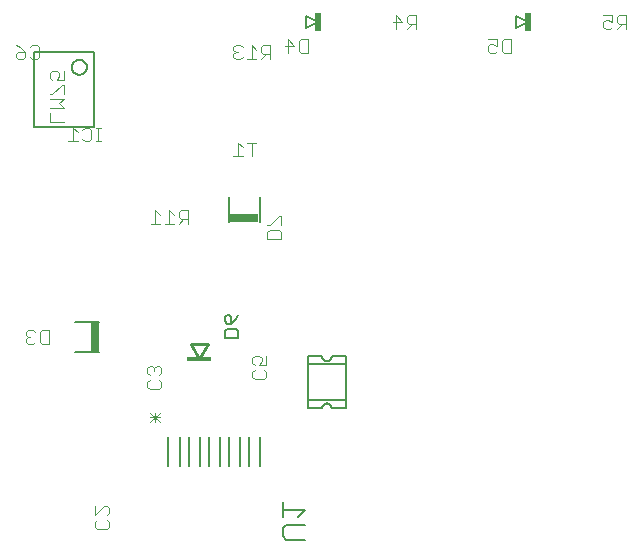
<source format=gbr>
G75*
%MOIN*%
%OFA0B0*%
%FSLAX25Y25*%
%IPPOS*%
%LPD*%
%AMOC8*
5,1,8,0,0,1.08239X$1,22.5*
%
%ADD10C,0.00400*%
%ADD11C,0.00800*%
%ADD12R,0.09646X0.02657*%
%ADD13C,0.01000*%
%ADD14R,0.08268X0.01181*%
%ADD15C,0.00500*%
%ADD16C,0.00600*%
%ADD17C,0.00300*%
%ADD18R,0.02400X0.06200*%
%ADD19R,0.02657X0.09646*%
D10*
X0070967Y0089426D02*
X0070200Y0090193D01*
X0070200Y0091728D01*
X0070967Y0092495D01*
X0070200Y0094030D02*
X0073269Y0097099D01*
X0074037Y0097099D01*
X0074804Y0096332D01*
X0074804Y0094797D01*
X0074037Y0094030D01*
X0074037Y0092495D02*
X0074804Y0091728D01*
X0074804Y0090193D01*
X0074037Y0089426D01*
X0070967Y0089426D01*
X0070200Y0094030D02*
X0070200Y0097099D01*
X0088467Y0136134D02*
X0087700Y0136901D01*
X0087700Y0138436D01*
X0088467Y0139203D01*
X0088467Y0140737D02*
X0087700Y0141505D01*
X0087700Y0143039D01*
X0088467Y0143807D01*
X0089235Y0143807D01*
X0090002Y0143039D01*
X0090002Y0142272D01*
X0090002Y0143039D02*
X0090769Y0143807D01*
X0091537Y0143807D01*
X0092304Y0143039D01*
X0092304Y0141505D01*
X0091537Y0140737D01*
X0091537Y0139203D02*
X0092304Y0138436D01*
X0092304Y0136901D01*
X0091537Y0136134D01*
X0088467Y0136134D01*
X0122700Y0140193D02*
X0122700Y0141728D01*
X0123467Y0142495D01*
X0123467Y0144030D02*
X0122700Y0144797D01*
X0122700Y0146332D01*
X0123467Y0147099D01*
X0125002Y0147099D01*
X0125769Y0146332D01*
X0125769Y0145564D01*
X0125002Y0144030D01*
X0127304Y0144030D01*
X0127304Y0147099D01*
X0126537Y0142495D02*
X0127304Y0141728D01*
X0127304Y0140193D01*
X0126537Y0139426D01*
X0123467Y0139426D01*
X0122700Y0140193D01*
X0127700Y0186134D02*
X0127700Y0188436D01*
X0128467Y0189203D01*
X0131537Y0189203D01*
X0132304Y0188436D01*
X0132304Y0186134D01*
X0127700Y0186134D01*
X0127700Y0190737D02*
X0128467Y0190737D01*
X0131537Y0193807D01*
X0132304Y0193807D01*
X0132304Y0190737D01*
X0122473Y0213634D02*
X0122473Y0218237D01*
X0120939Y0218237D02*
X0124008Y0218237D01*
X0119404Y0216703D02*
X0117869Y0218237D01*
X0117869Y0213634D01*
X0116335Y0213634D02*
X0119404Y0213634D01*
X0101112Y0195737D02*
X0098810Y0195737D01*
X0098043Y0194970D01*
X0098043Y0193436D01*
X0098810Y0192668D01*
X0101112Y0192668D01*
X0101112Y0191134D02*
X0101112Y0195737D01*
X0099577Y0192668D02*
X0098043Y0191134D01*
X0096508Y0191134D02*
X0093439Y0191134D01*
X0094973Y0191134D02*
X0094973Y0195737D01*
X0096508Y0194203D01*
X0091904Y0194203D02*
X0090369Y0195737D01*
X0090369Y0191134D01*
X0088835Y0191134D02*
X0091904Y0191134D01*
X0072077Y0218634D02*
X0070543Y0218634D01*
X0071310Y0218634D02*
X0071310Y0223237D01*
X0072077Y0223237D02*
X0070543Y0223237D01*
X0069008Y0222470D02*
X0069008Y0219401D01*
X0068241Y0218634D01*
X0066706Y0218634D01*
X0065939Y0219401D01*
X0064404Y0218634D02*
X0061335Y0218634D01*
X0062869Y0218634D02*
X0062869Y0223237D01*
X0064404Y0221703D01*
X0065939Y0222470D02*
X0066706Y0223237D01*
X0068241Y0223237D01*
X0069008Y0222470D01*
X0059804Y0225218D02*
X0055200Y0225218D01*
X0055200Y0228287D01*
X0055200Y0229822D02*
X0059804Y0229822D01*
X0058269Y0231356D01*
X0059804Y0232891D01*
X0055200Y0232891D01*
X0055200Y0234426D02*
X0055967Y0234426D01*
X0059037Y0237495D01*
X0059804Y0237495D01*
X0059804Y0234426D01*
X0059804Y0239030D02*
X0057502Y0239030D01*
X0058269Y0240564D01*
X0058269Y0241332D01*
X0057502Y0242099D01*
X0055967Y0242099D01*
X0055200Y0241332D01*
X0055200Y0239797D01*
X0055967Y0239030D01*
X0059804Y0239030D02*
X0059804Y0242099D01*
X0051508Y0246901D02*
X0051508Y0249970D01*
X0050741Y0250737D01*
X0049206Y0250737D01*
X0048439Y0249970D01*
X0046904Y0248436D02*
X0044602Y0248436D01*
X0043835Y0247668D01*
X0043835Y0246901D01*
X0044602Y0246134D01*
X0046137Y0246134D01*
X0046904Y0246901D01*
X0046904Y0248436D01*
X0045369Y0249970D01*
X0043835Y0250737D01*
X0048439Y0246901D02*
X0049206Y0246134D01*
X0050741Y0246134D01*
X0051508Y0246901D01*
X0116335Y0246901D02*
X0117102Y0246134D01*
X0118637Y0246134D01*
X0119404Y0246901D01*
X0120939Y0246134D02*
X0124008Y0246134D01*
X0125543Y0246134D02*
X0127077Y0247668D01*
X0126310Y0247668D02*
X0128612Y0247668D01*
X0128612Y0246134D02*
X0128612Y0250737D01*
X0126310Y0250737D01*
X0125543Y0249970D01*
X0125543Y0248436D01*
X0126310Y0247668D01*
X0124008Y0249203D02*
X0122473Y0250737D01*
X0122473Y0246134D01*
X0119404Y0249970D02*
X0118637Y0250737D01*
X0117102Y0250737D01*
X0116335Y0249970D01*
X0116335Y0249203D01*
X0117102Y0248436D01*
X0116335Y0247668D01*
X0116335Y0246901D01*
X0117102Y0248436D02*
X0117869Y0248436D01*
X0133627Y0250436D02*
X0136696Y0250436D01*
X0134394Y0252737D01*
X0134394Y0248134D01*
X0138231Y0248901D02*
X0138231Y0251970D01*
X0138998Y0252737D01*
X0141300Y0252737D01*
X0141300Y0248134D01*
X0138998Y0248134D01*
X0138231Y0248901D01*
X0169627Y0258436D02*
X0172696Y0258436D01*
X0170394Y0260737D01*
X0170394Y0256134D01*
X0174231Y0256134D02*
X0175765Y0257668D01*
X0174998Y0257668D02*
X0177300Y0257668D01*
X0177300Y0256134D02*
X0177300Y0260737D01*
X0174998Y0260737D01*
X0174231Y0259970D01*
X0174231Y0258436D01*
X0174998Y0257668D01*
X0201127Y0252737D02*
X0204196Y0252737D01*
X0204196Y0250436D01*
X0202661Y0251203D01*
X0201894Y0251203D01*
X0201127Y0250436D01*
X0201127Y0248901D01*
X0201894Y0248134D01*
X0203429Y0248134D01*
X0204196Y0248901D01*
X0205731Y0248901D02*
X0205731Y0251970D01*
X0206498Y0252737D01*
X0208800Y0252737D01*
X0208800Y0248134D01*
X0206498Y0248134D01*
X0205731Y0248901D01*
X0239627Y0256901D02*
X0240394Y0256134D01*
X0241929Y0256134D01*
X0242696Y0256901D01*
X0242696Y0258436D02*
X0241161Y0259203D01*
X0240394Y0259203D01*
X0239627Y0258436D01*
X0239627Y0256901D01*
X0242696Y0258436D02*
X0242696Y0260737D01*
X0239627Y0260737D01*
X0244231Y0259970D02*
X0244231Y0258436D01*
X0244998Y0257668D01*
X0247300Y0257668D01*
X0247300Y0256134D02*
X0247300Y0260737D01*
X0244998Y0260737D01*
X0244231Y0259970D01*
X0245765Y0257668D02*
X0244231Y0256134D01*
X0054800Y0155737D02*
X0054800Y0151134D01*
X0052498Y0151134D01*
X0051731Y0151901D01*
X0051731Y0154970D01*
X0052498Y0155737D01*
X0054800Y0155737D01*
X0050196Y0154970D02*
X0049429Y0155737D01*
X0047894Y0155737D01*
X0047127Y0154970D01*
X0047127Y0154203D01*
X0047894Y0153436D01*
X0047127Y0152668D01*
X0047127Y0151901D01*
X0047894Y0151134D01*
X0049429Y0151134D01*
X0050196Y0151901D01*
X0048661Y0153436D02*
X0047894Y0153436D01*
D11*
X0063465Y0158552D02*
X0071575Y0158552D01*
X0071575Y0148315D02*
X0063465Y0148315D01*
X0114882Y0191859D02*
X0114882Y0199969D01*
X0125118Y0199969D02*
X0125118Y0191859D01*
X0140531Y0256465D02*
X0140531Y0260402D01*
X0144469Y0258434D01*
X0140531Y0256465D01*
X0210531Y0256465D02*
X0210531Y0260402D01*
X0214469Y0258434D01*
X0210531Y0256465D01*
X0132800Y0098422D02*
X0132800Y0093484D01*
X0132800Y0095953D02*
X0140206Y0095953D01*
X0137738Y0093484D01*
X0140206Y0090871D02*
X0134034Y0090871D01*
X0132800Y0089637D01*
X0132800Y0087168D01*
X0134034Y0085934D01*
X0140206Y0085934D01*
D12*
X0120000Y0193069D03*
D13*
X0107756Y0151130D02*
X0102244Y0151130D01*
X0105000Y0146209D01*
X0107756Y0151130D01*
D14*
X0105000Y0146012D03*
D15*
X0113404Y0153290D02*
X0113404Y0155542D01*
X0114154Y0156292D01*
X0117157Y0156292D01*
X0117907Y0155542D01*
X0117907Y0153290D01*
X0113404Y0153290D01*
X0114154Y0157894D02*
X0113404Y0158644D01*
X0113404Y0160146D01*
X0114154Y0160896D01*
X0114905Y0160896D01*
X0115655Y0160146D01*
X0115655Y0157894D01*
X0114154Y0157894D01*
X0115655Y0157894D02*
X0117157Y0159395D01*
X0117907Y0160896D01*
X0141201Y0147095D02*
X0141201Y0144339D01*
X0153799Y0144339D01*
X0153799Y0147095D01*
X0149075Y0147095D01*
X0149073Y0147016D01*
X0149067Y0146938D01*
X0149057Y0146860D01*
X0149044Y0146783D01*
X0149026Y0146706D01*
X0149005Y0146631D01*
X0148980Y0146556D01*
X0148951Y0146483D01*
X0148919Y0146412D01*
X0148883Y0146342D01*
X0148844Y0146274D01*
X0148801Y0146208D01*
X0148755Y0146144D01*
X0148707Y0146083D01*
X0148655Y0146024D01*
X0148600Y0145968D01*
X0148542Y0145914D01*
X0148482Y0145864D01*
X0148419Y0145816D01*
X0148355Y0145772D01*
X0148288Y0145731D01*
X0148219Y0145693D01*
X0148148Y0145659D01*
X0148075Y0145629D01*
X0148002Y0145602D01*
X0147927Y0145579D01*
X0147850Y0145559D01*
X0147773Y0145544D01*
X0147696Y0145532D01*
X0147618Y0145524D01*
X0147539Y0145520D01*
X0147461Y0145520D01*
X0147382Y0145524D01*
X0147304Y0145532D01*
X0147227Y0145544D01*
X0147150Y0145559D01*
X0147073Y0145579D01*
X0146998Y0145602D01*
X0146925Y0145629D01*
X0146852Y0145659D01*
X0146781Y0145693D01*
X0146713Y0145731D01*
X0146645Y0145772D01*
X0146581Y0145816D01*
X0146518Y0145864D01*
X0146458Y0145914D01*
X0146400Y0145968D01*
X0146345Y0146024D01*
X0146293Y0146083D01*
X0146245Y0146144D01*
X0146199Y0146208D01*
X0146156Y0146274D01*
X0146117Y0146342D01*
X0146081Y0146412D01*
X0146049Y0146483D01*
X0146020Y0146556D01*
X0145995Y0146631D01*
X0145974Y0146706D01*
X0145956Y0146783D01*
X0145943Y0146860D01*
X0145933Y0146938D01*
X0145927Y0147016D01*
X0145925Y0147095D01*
X0141201Y0147095D01*
X0141201Y0144339D02*
X0141201Y0132528D01*
X0153799Y0132528D01*
X0153799Y0144339D01*
X0153799Y0132528D02*
X0153799Y0129772D01*
X0149075Y0129772D01*
X0149073Y0129851D01*
X0149067Y0129929D01*
X0149057Y0130007D01*
X0149044Y0130084D01*
X0149026Y0130161D01*
X0149005Y0130236D01*
X0148980Y0130311D01*
X0148951Y0130384D01*
X0148919Y0130455D01*
X0148883Y0130525D01*
X0148844Y0130593D01*
X0148801Y0130659D01*
X0148755Y0130723D01*
X0148707Y0130784D01*
X0148655Y0130843D01*
X0148600Y0130899D01*
X0148542Y0130953D01*
X0148482Y0131003D01*
X0148419Y0131051D01*
X0148355Y0131095D01*
X0148288Y0131136D01*
X0148219Y0131174D01*
X0148148Y0131208D01*
X0148075Y0131238D01*
X0148002Y0131265D01*
X0147927Y0131288D01*
X0147850Y0131308D01*
X0147773Y0131323D01*
X0147696Y0131335D01*
X0147618Y0131343D01*
X0147539Y0131347D01*
X0147461Y0131347D01*
X0147382Y0131343D01*
X0147304Y0131335D01*
X0147227Y0131323D01*
X0147150Y0131308D01*
X0147073Y0131288D01*
X0146998Y0131265D01*
X0146925Y0131238D01*
X0146852Y0131208D01*
X0146781Y0131174D01*
X0146713Y0131136D01*
X0146645Y0131095D01*
X0146581Y0131051D01*
X0146518Y0131003D01*
X0146458Y0130953D01*
X0146400Y0130899D01*
X0146345Y0130843D01*
X0146293Y0130784D01*
X0146245Y0130723D01*
X0146199Y0130659D01*
X0146156Y0130593D01*
X0146117Y0130525D01*
X0146081Y0130455D01*
X0146049Y0130384D01*
X0146020Y0130311D01*
X0145995Y0130236D01*
X0145974Y0130161D01*
X0145956Y0130084D01*
X0145943Y0130007D01*
X0145933Y0129929D01*
X0145927Y0129851D01*
X0145925Y0129772D01*
X0141201Y0129772D01*
X0141201Y0132528D01*
X0070000Y0223434D02*
X0050000Y0223434D01*
X0050000Y0248434D01*
X0070000Y0248434D01*
X0070000Y0223434D01*
X0062500Y0243434D02*
X0062502Y0243533D01*
X0062508Y0243633D01*
X0062518Y0243732D01*
X0062532Y0243830D01*
X0062549Y0243928D01*
X0062571Y0244025D01*
X0062596Y0244121D01*
X0062625Y0244216D01*
X0062658Y0244310D01*
X0062695Y0244402D01*
X0062735Y0244493D01*
X0062779Y0244582D01*
X0062827Y0244670D01*
X0062878Y0244755D01*
X0062932Y0244838D01*
X0062989Y0244920D01*
X0063050Y0244998D01*
X0063114Y0245075D01*
X0063180Y0245148D01*
X0063250Y0245219D01*
X0063322Y0245287D01*
X0063397Y0245353D01*
X0063475Y0245415D01*
X0063555Y0245474D01*
X0063637Y0245530D01*
X0063721Y0245582D01*
X0063808Y0245631D01*
X0063896Y0245677D01*
X0063986Y0245719D01*
X0064078Y0245758D01*
X0064171Y0245793D01*
X0064265Y0245824D01*
X0064361Y0245851D01*
X0064458Y0245874D01*
X0064555Y0245894D01*
X0064653Y0245910D01*
X0064752Y0245922D01*
X0064851Y0245930D01*
X0064950Y0245934D01*
X0065050Y0245934D01*
X0065149Y0245930D01*
X0065248Y0245922D01*
X0065347Y0245910D01*
X0065445Y0245894D01*
X0065542Y0245874D01*
X0065639Y0245851D01*
X0065735Y0245824D01*
X0065829Y0245793D01*
X0065922Y0245758D01*
X0066014Y0245719D01*
X0066104Y0245677D01*
X0066192Y0245631D01*
X0066279Y0245582D01*
X0066363Y0245530D01*
X0066445Y0245474D01*
X0066525Y0245415D01*
X0066603Y0245353D01*
X0066678Y0245287D01*
X0066750Y0245219D01*
X0066820Y0245148D01*
X0066886Y0245075D01*
X0066950Y0244998D01*
X0067011Y0244920D01*
X0067068Y0244838D01*
X0067122Y0244755D01*
X0067173Y0244670D01*
X0067221Y0244582D01*
X0067265Y0244493D01*
X0067305Y0244402D01*
X0067342Y0244310D01*
X0067375Y0244216D01*
X0067404Y0244121D01*
X0067429Y0244025D01*
X0067451Y0243928D01*
X0067468Y0243830D01*
X0067482Y0243732D01*
X0067492Y0243633D01*
X0067498Y0243533D01*
X0067500Y0243434D01*
X0067498Y0243335D01*
X0067492Y0243235D01*
X0067482Y0243136D01*
X0067468Y0243038D01*
X0067451Y0242940D01*
X0067429Y0242843D01*
X0067404Y0242747D01*
X0067375Y0242652D01*
X0067342Y0242558D01*
X0067305Y0242466D01*
X0067265Y0242375D01*
X0067221Y0242286D01*
X0067173Y0242198D01*
X0067122Y0242113D01*
X0067068Y0242030D01*
X0067011Y0241948D01*
X0066950Y0241870D01*
X0066886Y0241793D01*
X0066820Y0241720D01*
X0066750Y0241649D01*
X0066678Y0241581D01*
X0066603Y0241515D01*
X0066525Y0241453D01*
X0066445Y0241394D01*
X0066363Y0241338D01*
X0066279Y0241286D01*
X0066192Y0241237D01*
X0066104Y0241191D01*
X0066014Y0241149D01*
X0065922Y0241110D01*
X0065829Y0241075D01*
X0065735Y0241044D01*
X0065639Y0241017D01*
X0065542Y0240994D01*
X0065445Y0240974D01*
X0065347Y0240958D01*
X0065248Y0240946D01*
X0065149Y0240938D01*
X0065050Y0240934D01*
X0064950Y0240934D01*
X0064851Y0240938D01*
X0064752Y0240946D01*
X0064653Y0240958D01*
X0064555Y0240974D01*
X0064458Y0240994D01*
X0064361Y0241017D01*
X0064265Y0241044D01*
X0064171Y0241075D01*
X0064078Y0241110D01*
X0063986Y0241149D01*
X0063896Y0241191D01*
X0063808Y0241237D01*
X0063721Y0241286D01*
X0063637Y0241338D01*
X0063555Y0241394D01*
X0063475Y0241453D01*
X0063397Y0241515D01*
X0063322Y0241581D01*
X0063250Y0241649D01*
X0063180Y0241720D01*
X0063114Y0241793D01*
X0063050Y0241870D01*
X0062989Y0241948D01*
X0062932Y0242030D01*
X0062878Y0242113D01*
X0062827Y0242198D01*
X0062779Y0242286D01*
X0062735Y0242375D01*
X0062695Y0242466D01*
X0062658Y0242558D01*
X0062625Y0242652D01*
X0062596Y0242747D01*
X0062571Y0242843D01*
X0062549Y0242940D01*
X0062532Y0243038D01*
X0062518Y0243136D01*
X0062508Y0243235D01*
X0062502Y0243335D01*
X0062500Y0243434D01*
D16*
X0094700Y0120134D02*
X0094700Y0110334D01*
X0098500Y0110334D02*
X0098500Y0120134D01*
X0101400Y0120134D02*
X0101400Y0110334D01*
X0105200Y0110334D02*
X0105200Y0120134D01*
X0108100Y0120134D02*
X0108100Y0110334D01*
X0111900Y0110334D02*
X0111900Y0120134D01*
X0114800Y0120134D02*
X0114800Y0110334D01*
X0118600Y0110334D02*
X0118600Y0120134D01*
X0121500Y0120134D02*
X0121500Y0110334D01*
X0125300Y0110334D02*
X0125300Y0120134D01*
D17*
X0091786Y0125064D02*
X0088650Y0128200D01*
X0090218Y0128200D02*
X0090218Y0125064D01*
X0088650Y0125064D02*
X0091786Y0128200D01*
X0091786Y0126632D02*
X0088650Y0126632D01*
D18*
X0144700Y0258434D03*
X0214700Y0258434D03*
D19*
X0070364Y0153434D03*
M02*

</source>
